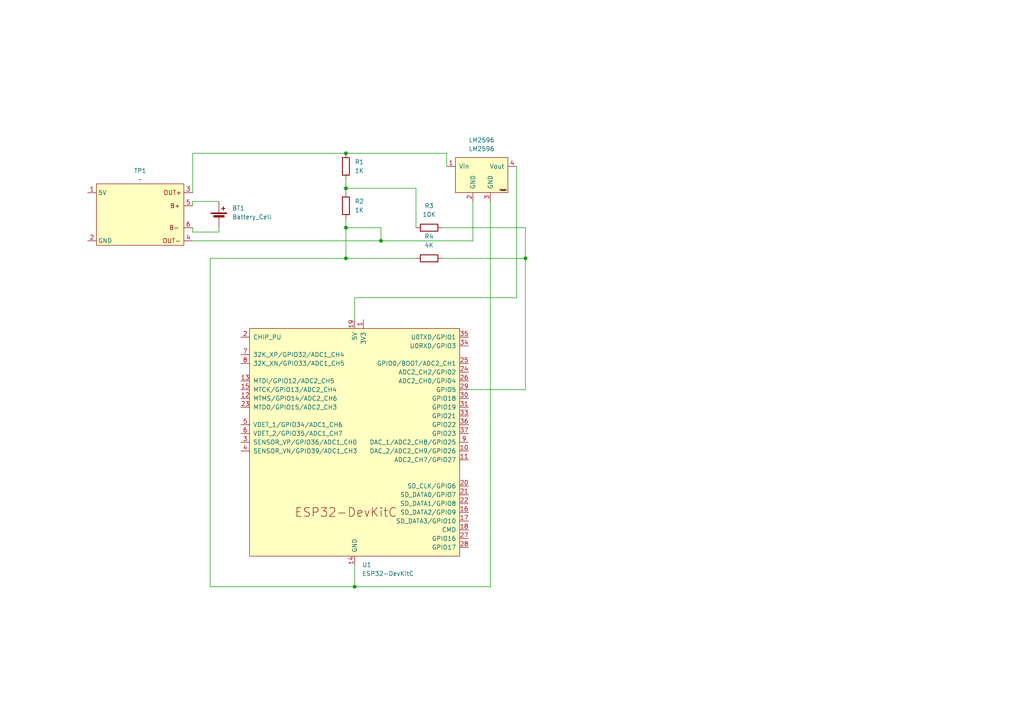
<source format=kicad_sch>
(kicad_sch (version 20250114) (generator "eeschema") (generator_version "9.0")
  (paper "A4")
  (lib_symbols
    (symbol "Device:Battery_Cell" (pin_numbers (hide yes)) (pin_names (offset 0) (hide yes))
      (property "Reference" "BT" (at 2.54 2.54 0))
      (property "Value" "Battery_Cell" (at 2.54 0 0))
      (symbol "Battery_Cell_0_1"
        (rectangle (start -2.286 1.778) (end 2.286 1.524) (fill (type outline)))
        (rectangle (start -1.524 1.016) (end 1.524 0.508) (fill (type outline)))
        (polyline (pts (xy 0 1.778) (xy 0 2.54)))
        (polyline (pts (xy 0 0.762) (xy 0 0)))
        (polyline (pts (xy 0.762 3.048) (xy 1.778 3.048)) (stroke (width 0.254)))
        (polyline (pts (xy 1.27 3.556) (xy 1.27 2.54)) (stroke (width 0.254)))
      )
      (symbol "Battery_Cell_1_1"
        (pin passive line (at 0 5.08 270) (length 2.54) (name "+") (number "1"))
        (pin passive line (at 0 -2.54 90) (length 2.54) (name "-") (number "2"))
      )
    )
    (symbol "Device:R" (pin_numbers (hide yes)) (pin_names (offset 0))
      (property "Reference" "R" (at 2.032 0 90))
      (property "Value" "R" (at 0 0 90))
      (symbol "R_0_1"
        (rectangle (start -1.016 -2.54) (end 1.016 2.54) (stroke (width 0.254)))
      )
      (symbol "R_1_1"
        (pin passive line (at 0 3.81 270) (length 1.27) (name "~") (number "1"))
        (pin passive line (at 0 -3.81 90) (length 1.27) (name "~") (number "2"))
      )
    )
    (symbol "Espressif:ESP32-DevKitC" (pin_names (offset 1.016))
      (property "Reference" "U1" (at 2.1433 -35.56 0))
      (property "Value" "ESP32-DevKitC" (at 2.1433 -38.1 0))
      (symbol "ESP32-DevKitC_0_0"
        (text "ESP32-DevKitC" (at -2.54 -20.32 0) (effects (font (size 2.54 2.54))))
        (pin power_in line (at 0 35.56 270) (length 2.54) (name "5V") (number "19"))
      )
      (symbol "ESP32-DevKitC_0_1"
        (rectangle (start -30.48 33.02) (end 30.48 -33.02) (fill (type background)))
      )
      (symbol "ESP32-DevKitC_1_0"
        (pin power_in line (at 0 -35.56 90) (length 2.54) (name "GND") (number "14"))
      )
      (symbol "ESP32-DevKitC_1_1"
        (pin input line (at -33.02 30.48 0) (length 2.54) (name "CHIP_PU") (number "2"))
        (pin bidirectional line (at -33.02 25.4 0) (length 2.54) (name "32K_XP/GPIO32/ADC1_CH4") (number "7"))
        (pin bidirectional line (at -33.02 22.86 0) (length 2.54) (name "32K_XN/GPIO33/ADC1_CH5") (number "8"))
        (pin bidirectional line (at -33.02 17.78 0) (length 2.54) (name "MTDI/GPIO12/ADC2_CH5") (number "13"))
        (pin bidirectional line (at -33.02 15.24 0) (length 2.54) (name "MTCK/GPIO13/ADC2_CH4") (number "15"))
        (pin bidirectional line (at -33.02 12.7 0) (length 2.54) (name "MTMS/GPIO14/ADC2_CH6") (number "12"))
        (pin bidirectional line (at -33.02 10.16 0) (length 2.54) (name "MTDO/GPIO15/ADC2_CH3") (number "23"))
        (pin input line (at -33.02 5.08 0) (length 2.54) (name "VDET_1/GPIO34/ADC1_CH6") (number "5"))
        (pin input line (at -33.02 2.54 0) (length 2.54) (name "VDET_2/GPIO35/ADC1_CH7") (number "6"))
        (pin input line (at -33.02 0 0) (length 2.54) (name "SENSOR_VP/GPIO36/ADC1_CH0") (number "3"))
        (pin input line (at -33.02 -2.54 0) (length 2.54) (name "SENSOR_VN/GPIO39/ADC1_CH3") (number "4"))
        (pin passive line (at 0 -35.56 90) (length 2.54) (hide yes) (name "GND") (number "32"))
        (pin passive line (at 0 -35.56 90) (length 2.54) (hide yes) (name "GND") (number "38"))
        (pin power_in line (at 2.54 35.56 270) (length 2.54) (name "3V3") (number "1"))
        (pin bidirectional line (at 33.02 30.48 180) (length 2.54) (name "U0TXD/GPIO1") (number "35"))
        (pin bidirectional line (at 33.02 27.94 180) (length 2.54) (name "U0RXD/GPIO3") (number "34"))
        (pin bidirectional line (at 33.02 22.86 180) (length 2.54) (name "GPIO0/BOOT/ADC2_CH1") (number "25"))
        (pin bidirectional line (at 33.02 20.32 180) (length 2.54) (name "ADC2_CH2/GPIO2") (number "24"))
        (pin bidirectional line (at 33.02 17.78 180) (length 2.54) (name "ADC2_CH0/GPIO4") (number "26"))
        (pin bidirectional line (at 33.02 15.24 180) (length 2.54) (name "GPIO5") (number "29"))
        (pin bidirectional line (at 33.02 12.7 180) (length 2.54) (name "GPIO18") (number "30"))
        (pin bidirectional line (at 33.02 10.16 180) (length 2.54) (name "GPIO19") (number "31"))
        (pin bidirectional line (at 33.02 7.62 180) (length 2.54) (name "GPIO21") (number "33"))
        (pin bidirectional line (at 33.02 5.08 180) (length 2.54) (name "GPIO22") (number "36"))
        (pin bidirectional line (at 33.02 2.54 180) (length 2.54) (name "GPIO23") (number "37"))
        (pin bidirectional line (at 33.02 0 180) (length 2.54) (name "DAC_1/ADC2_CH8/GPIO25") (number "9"))
        (pin bidirectional line (at 33.02 -2.54 180) (length 2.54) (name "DAC_2/ADC2_CH9/GPIO26") (number "10"))
        (pin bidirectional line (at 33.02 -5.08 180) (length 2.54) (name "ADC2_CH7/GPIO27") (number "11"))
        (pin bidirectional line (at 33.02 -12.7 180) (length 2.54) (name "SD_CLK/GPIO6") (number "20"))
        (pin bidirectional line (at 33.02 -15.24 180) (length 2.54) (name "SD_DATA0/GPIO7") (number "21"))
        (pin bidirectional line (at 33.02 -17.78 180) (length 2.54) (name "SD_DATA1/GPIO8") (number "22"))
        (pin bidirectional line (at 33.02 -20.32 180) (length 2.54) (name "SD_DATA2/GPIO9") (number "16"))
        (pin bidirectional line (at 33.02 -22.86 180) (length 2.54) (name "SD_DATA3/GPIO10") (number "17"))
        (pin bidirectional line (at 33.02 -25.4 180) (length 2.54) (name "CMD") (number "18"))
        (pin bidirectional line (at 33.02 -27.94 180) (length 2.54) (name "GPIO16") (number "27"))
        (pin bidirectional line (at 33.02 -30.48 180) (length 2.54) (name "GPIO17") (number "28"))
      )
    )
    (symbol "New_Library:tp4056_custom"
      (property "Reference" "TP1" (at -8.89 6.35 0))
      (property "Value" "~" (at -8.89 3.81 0))
      (symbol "tp4056_custom_1_1"
        (rectangle (start -21.59 2.54) (end 3.81 -15.24) (fill (type background)))
        (text "OUT-\n" (at 0.254 -13.97 0) (effects (font (size 1.27 1.27))))
        (text "OUT+\n" (at 0.508 0 0) (effects (font (size 1.27 1.27))))
        (text "B-" (at 1.016 -10.16 0) (effects (font (size 1.27 1.27))))
        (text "B+" (at 1.27 -3.81 0) (effects (font (size 1.27 1.27))))
        (pin power_in line (at -24.13 0 0) (length 2.54) (name "5V") (number "1"))
        (pin power_in line (at -24.13 -13.97 0) (length 2.54) (name "GND") (number "2"))
        (pin power_out line (at 6.35 0 180) (length 2.54) (name "") (number "3"))
        (pin power_in line (at 6.35 -3.81 180) (length 2.54) (name "") (number "5"))
        (pin power_in line (at 6.35 -10.16 180) (length 2.54) (name "") (number "6"))
        (pin power_out line (at 6.35 -13.97 180) (length 2.54) (name "") (number "4"))
      )
    )
    (symbol "yaaj_dcdc_stepdown_lm2596:YAAJ_DCDC_StepDown_LM2596" (pin_names (offset 1.016))
      (property "Reference" "U" (at -5.08 6.35 0))
      (property "Value" "YAAJ_DCDC_StepDown_LM2596" (at 0 11.43 0))
      (symbol "YAAJ_DCDC_StepDown_LM2596_0_1"
        (rectangle (start -7.62 5.08) (end 7.62 -5.08) (fill (type background)))
      )
      (symbol "YAAJ_DCDC_StepDown_LM2596_1_1"
        (text "Y@@V" (at 6.1976 -4.2672 0) (effects (font (size 0.508 0.508))))
        (pin power_in line (at -10.16 2.54 0) (length 2.54) (name "Vin") (number "1"))
        (pin power_in line (at -2.54 -7.62 90) (length 2.54) (name "GND") (number "2"))
        (pin power_in line (at 2.54 -7.62 90) (length 2.54) (name "GND") (number "3"))
        (pin power_out line (at 10.16 2.54 180) (length 2.54) (name "Vout") (number "4"))
      )
    )
  )
  (junction (at 100.33 66.04))
  (junction (at 100.33 74.93))
  (junction (at 110.49 69.85))
  (junction (at 100.33 44.45))
  (junction (at 152.4 74.93))
  (junction (at 100.33 54.61))
  (junction (at 102.87 170.18))
  (wire (pts (xy 142.24 58.42) (xy 142.24 170.18)))
  (wire (pts (xy 142.24 170.18) (xy 102.87 170.18)))
  (wire (pts (xy 55.88 44.45) (xy 55.88 55.88)))
  (wire (pts (xy 100.33 44.45) (xy 129.54 44.45)))
  (wire (pts (xy 149.86 86.36) (xy 102.87 86.36)))
  (wire (pts (xy 149.86 48.26) (xy 149.86 86.36)))
  (wire (pts (xy 100.33 63.5) (xy 100.33 66.04)))
  (wire (pts (xy 128.27 66.04) (xy 152.4 66.04)))
  (wire (pts (xy 63.5 67.31) (xy 55.88 67.31)))
  (wire (pts (xy 135.89 113.03) (xy 152.4 113.03)))
  (wire (pts (xy 110.49 69.85) (xy 137.16 69.85)))
  (wire (pts (xy 152.4 74.93) (xy 152.4 113.03)))
  (wire (pts (xy 55.88 58.42) (xy 55.88 59.69)))
  (wire (pts (xy 63.5 58.42) (xy 55.88 58.42)))
  (wire (pts (xy 63.5 66.04) (xy 63.5 67.31)))
  (wire (pts (xy 55.88 67.31) (xy 55.88 66.04)))
  (wire (pts (xy 102.87 86.36) (xy 102.87 92.71)))
  (wire (pts (xy 100.33 66.04) (xy 110.49 66.04)))
  (wire (pts (xy 100.33 54.61) (xy 100.33 55.88)))
  (wire (pts (xy 100.33 44.45) (xy 55.88 44.45)))
  (wire (pts (xy 60.96 74.93) (xy 60.96 170.18)))
  (wire (pts (xy 110.49 66.04) (xy 110.49 69.85)))
  (wire (pts (xy 60.96 170.18) (xy 102.87 170.18)))
  (wire (pts (xy 100.33 74.93) (xy 120.65 74.93)))
  (wire (pts (xy 137.16 69.85) (xy 137.16 58.42)))
  (wire (pts (xy 129.54 44.45) (xy 129.54 48.26)))
  (wire (pts (xy 100.33 52.07) (xy 100.33 54.61)))
  (wire (pts (xy 120.65 54.61) (xy 120.65 66.04)))
  (wire (pts (xy 55.88 69.85) (xy 110.49 69.85)))
  (wire (pts (xy 152.4 66.04) (xy 152.4 74.93)))
  (wire (pts (xy 100.33 54.61) (xy 120.65 54.61)))
  (wire (pts (xy 100.33 66.04) (xy 100.33 74.93)))
  (wire (pts (xy 102.87 170.18) (xy 102.87 163.83)))
  (wire (pts (xy 100.33 74.93) (xy 60.96 74.93)))
  (wire (pts (xy 128.27 74.93) (xy 152.4 74.93)))
  (symbol (lib_id "Device:R") (at 124.46 66.04 270) (unit 1)
    (property "Reference" "R3" (at 124.46 59.69 90))
    (property "Value" "10K" (at 124.46 62.23 90))
    (property "Footprint" "Resistor_THT:R_Axial_DIN0204_L3.6mm_D1.6mm_P5.08mm_Horizontal" (effects (hide yes)))
    (property "Description" "Resistor" (effects (hide yes)))
  )
  (symbol (lib_id "Device:R") (at 124.46 74.93 270) (unit 1)
    (property "Reference" "R4" (at 124.46 68.58 90))
    (property "Value" "4K" (at 124.46 71.12 90))
    (property "Footprint" "Resistor_THT:R_Axial_DIN0204_L3.6mm_D1.6mm_P5.08mm_Horizontal" (effects (hide yes)))
    (property "Description" "Resistor" (effects (hide yes)))
  )
  (symbol (lib_id "yaaj_dcdc_stepdown_lm2596:YAAJ_DCDC_StepDown_LM2596") (at 139.7 50.8 0) (unit 1)
    (property "Reference" "LM2596" (at 139.7 40.64 0))
    (property "Value" "LM2596" (at 139.7 43.18 0))
    (property "Footprint" "KiCad:YAAJ_DCDC_StepDown_LM2596" (effects (hide yes)))
    (property "Description" "module : adjustable step down module 3.2V-40V to 1.25V-35V 3A" (effects (hide yes)))
  )
  (symbol (lib_id "New_Library:tp4056_custom") (at 49.53 55.88 0) (unit 1)
    (property "Reference" "TP1" (at 40.64 49.53 0))
    (property "Value" "~" (at 40.64 52.07 0))
    (property "Footprint" "TP4056-18650-master:TP4056-18650" (effects (hide yes)))
  )
  (symbol (lib_id "Espressif:ESP32-DevKitC") (at 102.87 128.27 0) (unit 1)
    (property "Reference" "U1" (at 105.0133 163.83 0) (effects (justify left)))
    (property "Value" "ESP32-DevKitC" (at 105.0133 166.37 0) (effects (justify left)))
    (property "Footprint" "ESP32_Footprints:ESP32_38pin" (effects (hide yes)))
    (property "Datasheet" "https://docs.espressif.com/projects/esp-idf/zh_CN/latest/esp32/hw-reference/esp32/get-started-devkitc.html" (effects (hide yes)))
    (property "Description" "Development Kit" (effects (hide yes)))
  )
  (symbol (lib_id "Device:R") (at 100.33 48.26 180) (unit 1)
    (property "Reference" "R1" (at 102.87 46.9899 0) (effects (justify right)))
    (property "Value" "1K" (at 102.87 49.5299 0) (effects (justify right)))
    (property "Footprint" "Resistor_THT:R_Axial_DIN0204_L3.6mm_D1.6mm_P5.08mm_Horizontal" (effects (hide yes)))
    (property "Description" "Resistor" (effects (hide yes)))
  )
  (symbol (lib_id "Device:Battery_Cell") (at 63.5 63.5 0) (unit 1)
    (property "Reference" "BT1" (at 67.31 60.3884 0) (effects (justify left)))
    (property "Value" "Battery_Cell" (at 67.31 62.9284 0) (effects (justify left)))
    (property "Description" "Single-cell battery" (effects (hide yes)))
  )
  (symbol (lib_id "Device:R") (at 100.33 59.69 180) (unit 1)
    (property "Reference" "R2" (at 102.87 58.4199 0) (effects (justify right)))
    (property "Value" "1K" (at 102.87 60.9599 0) (effects (justify right)))
    (property "Footprint" "Resistor_THT:R_Axial_DIN0204_L3.6mm_D1.6mm_P5.08mm_Horizontal" (effects (hide yes)))
    (property "Description" "Resistor" (effects (hide yes)))
  )
)
</source>
